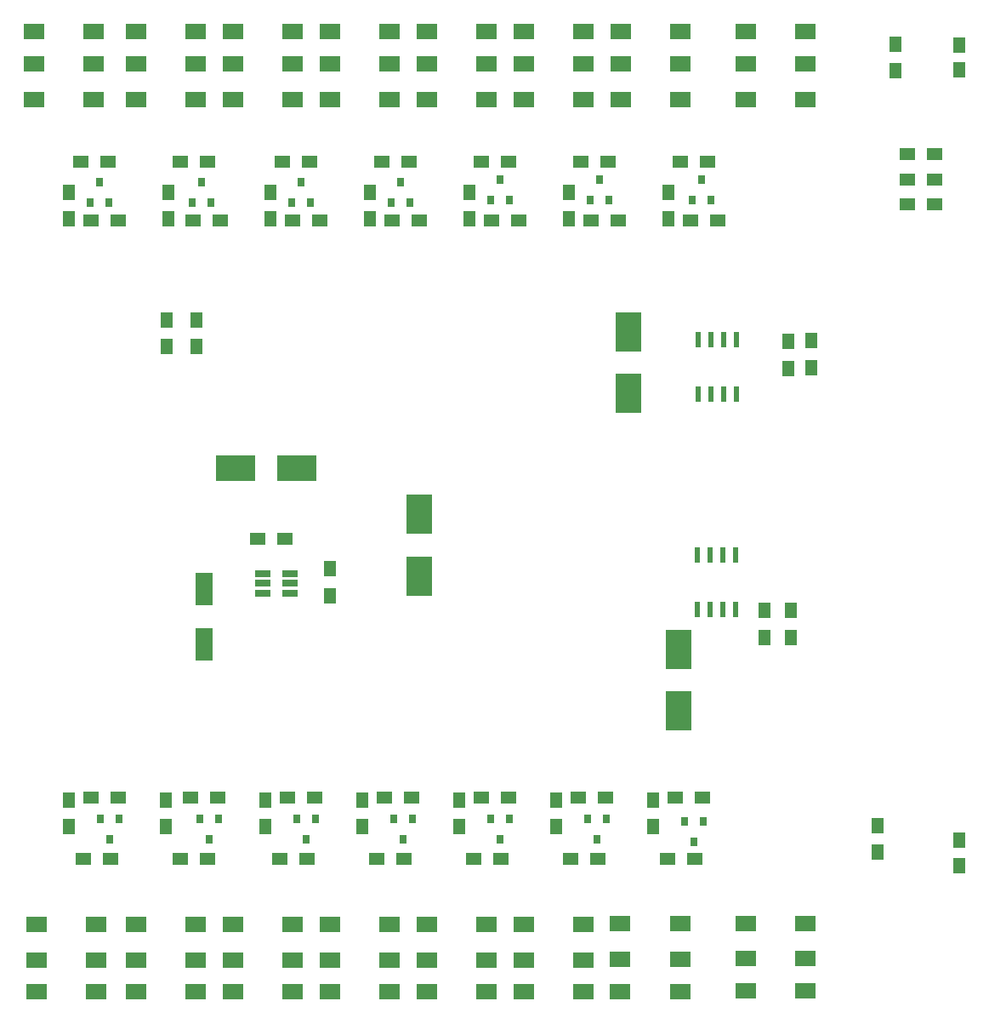
<source format=gbr>
G04 #@! TF.FileFunction,Paste,Bot*
%FSLAX46Y46*%
G04 Gerber Fmt 4.6, Leading zero omitted, Abs format (unit mm)*
G04 Created by KiCad (PCBNEW 4.0.6-e0-6349~53~ubuntu16.04.1) date Thu Jun 29 18:49:34 2017*
%MOMM*%
%LPD*%
G01*
G04 APERTURE LIST*
%ADD10C,0.100000*%
%ADD11R,4.000000X2.500000*%
%ADD12R,2.500000X4.000000*%
%ADD13R,1.250000X1.500000*%
%ADD14R,1.300000X1.500000*%
%ADD15R,1.500000X1.300000*%
%ADD16R,1.560000X0.650000*%
%ADD17R,0.600000X1.550000*%
%ADD18R,2.000000X1.500000*%
%ADD19R,0.800100X0.899160*%
%ADD20R,1.700000X3.300000*%
G04 APERTURE END LIST*
D10*
D11*
X145603500Y-66230500D03*
X151703500Y-66230500D03*
D12*
X163957000Y-76964000D03*
X163957000Y-70864000D03*
X184721500Y-52703000D03*
X184721500Y-58803000D03*
X189712600Y-90375200D03*
X189712600Y-84275200D03*
D13*
X217678000Y-105771000D03*
X217678000Y-103271000D03*
X217678000Y-24150000D03*
X217678000Y-26650000D03*
D14*
X129032000Y-99234000D03*
X129032000Y-101934000D03*
D15*
X133938000Y-99060000D03*
X131238000Y-99060000D03*
X130476000Y-105156000D03*
X133176000Y-105156000D03*
D14*
X138684000Y-99234000D03*
X138684000Y-101934000D03*
D15*
X143844000Y-99060000D03*
X141144000Y-99060000D03*
X140128000Y-105156000D03*
X142828000Y-105156000D03*
D14*
X148590000Y-99234000D03*
X148590000Y-101934000D03*
D15*
X153496000Y-99060000D03*
X150796000Y-99060000D03*
X150034000Y-105156000D03*
X152734000Y-105156000D03*
D14*
X158242000Y-99234000D03*
X158242000Y-101934000D03*
D15*
X163148000Y-99060000D03*
X160448000Y-99060000D03*
X159686000Y-105156000D03*
X162386000Y-105156000D03*
D14*
X167894000Y-99234000D03*
X167894000Y-101934000D03*
D15*
X172800000Y-99060000D03*
X170100000Y-99060000D03*
X169338000Y-105156000D03*
X172038000Y-105156000D03*
D14*
X177546000Y-99234000D03*
X177546000Y-101934000D03*
D15*
X182452000Y-99060000D03*
X179752000Y-99060000D03*
X178990000Y-105156000D03*
X181690000Y-105156000D03*
D14*
X187198000Y-99234000D03*
X187198000Y-101934000D03*
D15*
X192104000Y-99060000D03*
X189404000Y-99060000D03*
X188642000Y-105156000D03*
X191342000Y-105156000D03*
X147875000Y-73279000D03*
X150575000Y-73279000D03*
D14*
X155067000Y-78947000D03*
X155067000Y-76247000D03*
X129032000Y-41482000D03*
X129032000Y-38782000D03*
D15*
X133938000Y-41656000D03*
X131238000Y-41656000D03*
X130222000Y-35814000D03*
X132922000Y-35814000D03*
D14*
X138938000Y-41482000D03*
X138938000Y-38782000D03*
D15*
X144098000Y-41656000D03*
X141398000Y-41656000D03*
X140128000Y-35814000D03*
X142828000Y-35814000D03*
D14*
X149098000Y-41482000D03*
X149098000Y-38782000D03*
D15*
X154004000Y-41656000D03*
X151304000Y-41656000D03*
X150288000Y-35814000D03*
X152988000Y-35814000D03*
D14*
X159004000Y-41482000D03*
X159004000Y-38782000D03*
D15*
X163910000Y-41656000D03*
X161210000Y-41656000D03*
X160194000Y-35814000D03*
X162894000Y-35814000D03*
D14*
X168910000Y-41482000D03*
X168910000Y-38782000D03*
D15*
X173816000Y-41656000D03*
X171116000Y-41656000D03*
X170100000Y-35814000D03*
X172800000Y-35814000D03*
D14*
X178816000Y-41482000D03*
X178816000Y-38782000D03*
D15*
X183722000Y-41656000D03*
X181022000Y-41656000D03*
X180006000Y-35814000D03*
X182706000Y-35814000D03*
D14*
X188722000Y-41482000D03*
X188722000Y-38782000D03*
D15*
X193628000Y-41656000D03*
X190928000Y-41656000D03*
X189912000Y-35814000D03*
X192612000Y-35814000D03*
D14*
X200914000Y-83074500D03*
X200914000Y-80374500D03*
X198310500Y-80374500D03*
X198310500Y-83074500D03*
X200660000Y-53641000D03*
X200660000Y-56341000D03*
X202946000Y-56277500D03*
X202946000Y-53577500D03*
X209550000Y-104474000D03*
X209550000Y-101774000D03*
X211328000Y-24050000D03*
X211328000Y-26750000D03*
D16*
X148383000Y-78674000D03*
X148383000Y-77724000D03*
X148383000Y-76774000D03*
X151083000Y-76774000D03*
X151083000Y-78674000D03*
X151083000Y-77724000D03*
D17*
X195453000Y-80297000D03*
X194183000Y-80297000D03*
X192913000Y-80297000D03*
X191643000Y-80297000D03*
X191643000Y-74897000D03*
X192913000Y-74897000D03*
X194183000Y-74897000D03*
X195453000Y-74897000D03*
X191706500Y-53497500D03*
X192976500Y-53497500D03*
X194246500Y-53497500D03*
X195516500Y-53497500D03*
X195516500Y-58897500D03*
X194246500Y-58897500D03*
X192976500Y-58897500D03*
X191706500Y-58897500D03*
D18*
X131778000Y-111664000D03*
X125778000Y-111664000D03*
X125778000Y-115164000D03*
X131778000Y-118364000D03*
X131778000Y-115164000D03*
X125778000Y-118364000D03*
X141684000Y-111664000D03*
X135684000Y-111664000D03*
X135684000Y-115164000D03*
X141684000Y-118364000D03*
X141684000Y-115164000D03*
X135684000Y-118364000D03*
X151336000Y-111664000D03*
X145336000Y-111664000D03*
X145336000Y-115164000D03*
X151336000Y-118364000D03*
X151336000Y-115164000D03*
X145336000Y-118364000D03*
X160988000Y-111664000D03*
X154988000Y-111664000D03*
X154988000Y-115164000D03*
X160988000Y-118364000D03*
X160988000Y-115164000D03*
X154988000Y-118364000D03*
X170640000Y-111664000D03*
X164640000Y-111664000D03*
X164640000Y-115164000D03*
X170640000Y-118364000D03*
X170640000Y-115164000D03*
X164640000Y-118364000D03*
X180292000Y-111664000D03*
X174292000Y-111664000D03*
X174292000Y-115164000D03*
X180292000Y-118364000D03*
X180292000Y-115164000D03*
X174292000Y-118364000D03*
X189918600Y-111587800D03*
X183918600Y-111587800D03*
X183918600Y-115087800D03*
X189918600Y-118287800D03*
X189918600Y-115087800D03*
X183918600Y-118287800D03*
X125524000Y-29560000D03*
X131524000Y-29560000D03*
X131524000Y-26060000D03*
X125524000Y-22860000D03*
X125524000Y-26060000D03*
X131524000Y-22860000D03*
X135684000Y-29560000D03*
X141684000Y-29560000D03*
X141684000Y-26060000D03*
X135684000Y-22860000D03*
X135684000Y-26060000D03*
X141684000Y-22860000D03*
X145336000Y-29560000D03*
X151336000Y-29560000D03*
X151336000Y-26060000D03*
X145336000Y-22860000D03*
X145336000Y-26060000D03*
X151336000Y-22860000D03*
X154988000Y-29560000D03*
X160988000Y-29560000D03*
X160988000Y-26060000D03*
X154988000Y-22860000D03*
X154988000Y-26060000D03*
X160988000Y-22860000D03*
X164640000Y-29560000D03*
X170640000Y-29560000D03*
X170640000Y-26060000D03*
X164640000Y-22860000D03*
X164640000Y-26060000D03*
X170640000Y-22860000D03*
X174292000Y-29560000D03*
X180292000Y-29560000D03*
X180292000Y-26060000D03*
X174292000Y-22860000D03*
X174292000Y-26060000D03*
X180292000Y-22860000D03*
X183944000Y-29560000D03*
X189944000Y-29560000D03*
X189944000Y-26060000D03*
X183944000Y-22860000D03*
X183944000Y-26060000D03*
X189944000Y-22860000D03*
X202390000Y-111562400D03*
X196390000Y-111562400D03*
X196390000Y-115062400D03*
X202390000Y-118262400D03*
X202390000Y-115062400D03*
X196390000Y-118262400D03*
X196390000Y-29560000D03*
X202390000Y-29560000D03*
X202390000Y-26060000D03*
X196390000Y-22860000D03*
X196390000Y-26060000D03*
X202390000Y-22860000D03*
D19*
X133096000Y-103207820D03*
X132146040Y-101107240D03*
X134045960Y-101107240D03*
X143002000Y-103207820D03*
X142052040Y-101107240D03*
X143951960Y-101107240D03*
X152654000Y-103207820D03*
X151704040Y-101107240D03*
X153603960Y-101107240D03*
X162306000Y-103207820D03*
X161356040Y-101107240D03*
X163255960Y-101107240D03*
X171958000Y-103207820D03*
X171008040Y-101107240D03*
X172907960Y-101107240D03*
X181610000Y-103207820D03*
X180660040Y-101107240D03*
X182559960Y-101107240D03*
X191262000Y-103461820D03*
X190312040Y-101361240D03*
X192211960Y-101361240D03*
X132080000Y-37762180D03*
X133029960Y-39862760D03*
X131130040Y-39862760D03*
X142240000Y-37762180D03*
X143189960Y-39862760D03*
X141290040Y-39862760D03*
X152146000Y-37762180D03*
X153095960Y-39862760D03*
X151196040Y-39862760D03*
X162052000Y-37762180D03*
X163001960Y-39862760D03*
X161102040Y-39862760D03*
X171958000Y-37508180D03*
X172907960Y-39608760D03*
X171008040Y-39608760D03*
X181864000Y-37508180D03*
X182813960Y-39608760D03*
X180914040Y-39608760D03*
X192024000Y-37508180D03*
X192973960Y-39608760D03*
X191074040Y-39608760D03*
D20*
X142494000Y-83776000D03*
X142494000Y-78276000D03*
D15*
X215218000Y-37592000D03*
X212518000Y-37592000D03*
X215218000Y-35052000D03*
X212518000Y-35052000D03*
X212518000Y-40005000D03*
X215218000Y-40005000D03*
D14*
X141732000Y-54182000D03*
X141732000Y-51482000D03*
X138811000Y-54182000D03*
X138811000Y-51482000D03*
M02*

</source>
